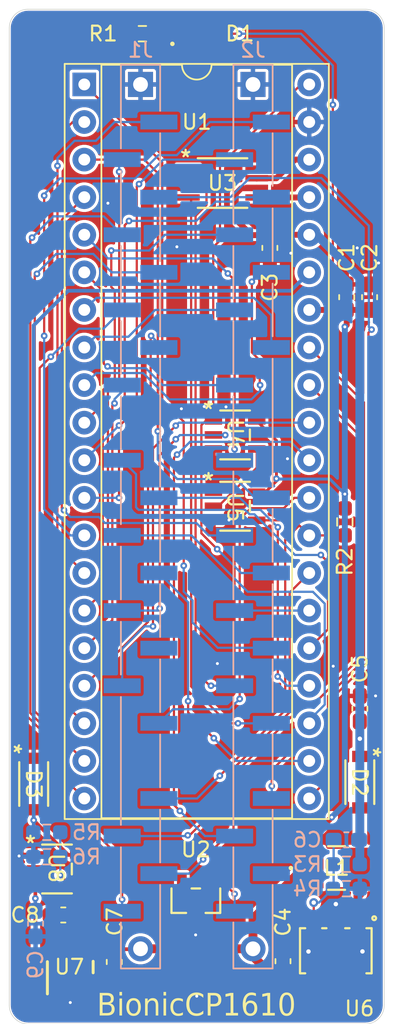
<source format=kicad_pcb>
(kicad_pcb (version 20241229) (generator "pcbnew") (generator_version "9.0")
  (title_block (title "BionicTMS9900") (date "2025-05-23") (rev "1"))
  (layers (0 "F.Cu" mixed) (2 "B.Cu" mixed) (13 "F.Paste" user) (15 "B.Paste" user) (5 "F.SilkS" user "F.Silkscreen") (7 "B.SilkS" user "B.Silkscreen") (1 "F.Mask" user) (3 "B.Mask" user) (25 "Edge.Cuts" user))
  (net 0 "")
  (net 1 "VCC")
  (net 2 "Net-(J2-P57)")
  (net 3 "GND")
  (net 4 "Net-(D1-K)")
  (net 5 "Net-(D2-A)")
  (net 7 "VDD")
  (net 8 "Net-(U6-IN-)")
  (net 9 "Net-(U7-C+)")
  (net 10 "Net-(U7-C-)")
  (net 11 "/dcdc-2v2/-5V")
  (net 12 "VBB")
  (net 13 "~{BUSACK}")
  (net 14 "D1")
  (net 15 "~{BUSREQ}")
  (net 16 "D0")
  (net 17 "D5")
  (net 18 "EBCA0")
  (net 19 "D7")
  (net 21 "D2")
  (net 22 "D6")
  (net 23 "~{MSYNC}")
  (net 24 "EBCA3")
  (net 25 "~{ENSWI}")
  (net 26 "~{INTR}")
  (net 27 "~{INTRM}")
  (net 28 "D4")
  (net 29 "D3")
  (net 30 "~{STSP}")
  (net 31 "EBCA2")
  (net 32 "EBCA1")
  (net 33 "EBCI")
  (net 34 "PHI1")
  (net 35 "D12")
  (net 36 "BC1")
  (net 37 "TCI")
  (net 38 "D14")
  (net 39 "D8")
  (net 40 "D15")
  (net 41 "PHI2")
  (net 42 "D9")
  (net 43 "BDRDY")
  (net 44 "~{PCIT}")
  (net 45 "D10")
  (net 46 "HALT")
  (net 47 "D11")
  (net 48 "BC2")
  (net 49 "D13")
  (net 50 "BDIR")
  (net 51 "Net-(U8-FB)")
  (net 52 "Net-(U1-Φ1)")
  (net 53 "Net-(U1-Φ2)")
  (net 54 "Net-(U4-Pad4)")
  (footprint "Resistor_SMD:R_0603_1608Metric_Pad0.98x0.95mm_HandSolder" (layer "F.Cu") (at 94.9198 42.3546 180)
    (property "Reference" "R1")
    (property "Value" "1.6k")
  )
  (footprint "Capacitor_SMD:C_0603_1608Metric_Pad1.08x0.95mm_HandSolder" (layer "F.Cu") (at 93.0148 105.0926 -90)
    (property "Reference" "C7")
    (property "Value" "2.2u/10V")
  )
  (footprint "Capacitor_SMD:C_0603_1608Metric_Pad1.08x0.95mm_HandSolder" (layer "F.Cu") (at 108.7628 60.1611 90)
    (property "Reference" "C1")
    (property "Value" "22u")
  )
  (footprint "murata:IND_DFE322512F_MUR-M" (layer "F.Cu") (at 108.077 98.7426)
    (property "Reference" "L1")
    (property "Value" "10uH/3A")
  )
  (footprint "bionic:DIP-40_W15.24mm_Socket" (layer "F.Cu") (at 90.9828 45.7836)
    (property "Reference" "U1")
    (property "Value" "CP1610")
  )
  (footprint "Resistor_SMD:R_0603_1608Metric_Pad0.98x0.95mm_HandSolder" (layer "F.Cu") (at 108.6358 75.3511 -90)
    (property "Reference" "R2")
    (property "Value" "10k")
  )
  (footprint "Capacitor_SMD:C_0603_1608Metric_Pad1.08x0.95mm_HandSolder" (layer "F.Cu") (at 104.4448 105.0407 90)
    (property "Reference" "C4")
    (property "Value" "10uF/50V")
  )
  (footprint "Capacitor_SMD:C_0603_1608Metric_Pad1.08x0.95mm_HandSolder" (layer "F.Cu") (at 103.5558 56.8326 -90)
    (property "Reference" "C3")
    (property "Value" "0.1u")
  )
  (footprint "Capacitor_SMD:C_0603_1608Metric_Pad1.08x0.95mm_HandSolder" (layer "F.Cu") (at 89.5604 101.9176 180)
    (property "Reference" "C8")
    (property "Value" "1u/10V")
  )
  (footprint "nisshinbo:SOT-89-5_NMD-M" (layer "F.Cu") (at 108.0248 104.3356 180)
    (property "Reference" "U6")
    (property "Value" "NJW4132")
  )
  (footprint "murata:CR_60M-60_ROM-M" (layer "F.Cu") (at 87.5538 93.0657 -90)
    (property "Reference" "D3")
    (property "Value" "30V/1A")
  )
  (footprint "ti:DGN8-M" (layer "F.Cu") (at 100.3491 52.4482)
    (property "Reference" "U3")
    (property "Value" "UCC27324")
  )
  (footprint "microchip:SOT-23_MC_MCH-M" (layer "F.Cu") (at 98.5418 100.9516 180)
    (property "Reference" "U2")
    (property "Value" "11AA010-I/TT")
  )
  (footprint "rhom:LED_CSL1901UW1_ROM-M" (layer "F.Cu") (at 98.6028 42.3546)
    (property "Reference" "D1")
    (property "Value" "CSL1901UW1")
  )
  (footprint "Capacitor_SMD:C_0603_1608Metric_Pad1.08x0.95mm_HandSolder" (layer "F.Cu") (at 110.3122 60.1611 90)
    (property "Reference" "C2")
    (property "Value" "0.1u")
  )
  (footprint "ti:DBV5-M" (layer "F.Cu") (at 101.2 74.2926)
    (property "Reference" "U5")
    (property "Value" "74LVC1G06")
  )
  (footprint "ti:DBV5-M" (layer "F.Cu") (at 89.135 98.8086)
    (property "Reference" "U8")
    (property "Value" "TPS72301")
  )
  (footprint "Capacitor_SMD:C_0603_1608Metric_Pad1.08x0.95mm_HandSolder" (layer "F.Cu") (at 109.6518 87.9741 90)
    (property "Reference" "C5")
    (property "Value" "22uF/16V")
  )
  (footprint "ti:DBV0006A_M" (layer "F.Cu") (at 90.0328 105.424598 90)
    (property "Reference" "U7")
    (property "Value" "LM2776")
  )
  (footprint "ti:DBV5-M" (layer "F.Cu") (at 101.2 69.4716)
    (property "Reference" "U4")
    (property "Value" "74LVC1G02")
  )
  (footprint "murata:CR_60M-60_ROM-M" (layer "F.Cu") (at 109.6518 92.9387 -90)
    (property "Reference" "D2")
    (property "Value" "30V/1A")
  )
  (footprint "Resistor_SMD:R_0603_1608Metric_Pad0.98x0.95mm_HandSolder" (layer "B.Cu") (at 88.4447 97.9806 180)
    (property "Reference" "R6")
    (property "Value" "51k 1%")
  )
  (footprint "Resistor_SMD:R_0603_1608Metric_Pad0.98x0.95mm_HandSolder" (layer "B.Cu") (at 108.7393 100.1396)
    (property "Reference" "R4")
    (property "Value" "20k 1%")
  )
  (footprint "Capacitor_SMD:C_0603_1608Metric_Pad1.08x0.95mm_HandSolder" (layer "B.Cu") (at 108.7393 96.8376 180)
    (property "Reference" "C6")
    (property "Value" "15pF")
  )
  (footprint "Resistor_SMD:R_0603_1608Metric_Pad0.98x0.95mm_HandSolder" (layer "B.Cu") (at 108.7393 98.4886 180)
    (property "Reference" "R3")
    (property "Value" "200k 1%")
  )
  (footprint "Capacitor_SMD:C_0603_1608Metric_Pad1.08x0.95mm_HandSolder" (layer "B.Cu") (at 87.6808 102.5029 -90)
    (property "Reference" "C9")
    (property "Value" "2.2u/10V")
  )
  (footprint "Resistor_SMD:R_0603_1608Metric_Pad0.98x0.95mm_HandSolder" (layer "B.Cu") (at 88.4428 96.3296)
    (property "Reference" "R5")
    (property "Value" "43k 1%")
  )
  (footprint "bionic:Bionic-P245_SMT" (layer "B.Cu") (at 102.4336 74.9936 180)
    (property "Reference" "J2")
    (property "Value" "Bionic-P245")
  )
  (footprint "bionic:Bionic-P135_SMT" (layer "B.Cu") (at 94.772 74.9936 180)
    (property "Reference" "J1")
    (property "Value" "Bionic-P135")
  )
  (gr_arc (start 85.9028 41.9736) (mid 86.274774 41.075574) (end 87.1728 40.7036) (stroke (width 0.05)) (layer "Edge.Cuts"))
  (gr_arc (start 110.0328 40.7036) (mid 110.930826 41.075574) (end 111.3028 41.9736) (stroke (width 0.05)) (layer "Edge.Cuts"))
  (gr_arc (start 87.1728 109.2836) (mid 86.274774 108.911626) (end 85.9028 108.0136) (stroke (width 0.05)) (layer "Edge.Cuts"))
  (gr_line (start 111.3028 41.9736) (end 111.3028 108.0136) (stroke (width 0.05)) (layer "Edge.Cuts"))
  (gr_line (start 87.1728 40.7036) (end 110.0328 40.7036) (stroke (width 0.05)) (layer "Edge.Cuts"))
  (gr_line (start 110.0328 109.2836) (end 87.1728 109.2836) (stroke (width 0.05)) (layer "Edge.Cuts"))
  (gr_line (start 85.9028 108.0136) (end 85.9028 41.9736) (stroke (width 0.05)) (layer "Edge.Cuts"))
  (gr_arc (start 111.3028 108.0136) (mid 110.930826 108.911626) (end 110.0328 109.2836) (stroke (width 0.05)) (layer "Edge.Cuts"))
  (gr_text "BionicCP1610" (at 98.5774 108.0898 0) (layer "F.SilkS") (effects (font (size 1.5 1.4))))
  (segment (start 106.502 96.5582) (end 107.747 95.3136) (width 0.4) (layer "F.Cu") (net 1))
  (segment (start 90.982798 106.899599) (end 90.982798 103.9496) (width 0.25) (layer "F.Cu") (net 1))
  (segment (start 94.7667 104.2301) (end 94.7928 104.204) (width 0.25) (layer "F.Cu") (net 1))
  (segment (start 110.3122 61.0236) (end 110.312 61.0236) (width 0.4) (layer "F.Cu") (net 1))
  (segment (start 104.4448 105.9032) (end 104.447 105.9054) (width 0.6) (layer "F.Cu") (net 1))
  (segment (start 102.4128 104.2036) (end 102.413 104.2038) (width 0.4) (layer "F.Cu") (net 1))
  (segment (start 108.6358 74.4386) (end 108.636 74.4386) (width 0.4) (layer "F.Cu") (net 1))
  (segment (start 93.0148 104.2301) (end 94.7667 104.2301) (width 0.25) (layer "F.Cu") (net 1))
  (segment (start 104 72.5933) (end 103.251 73.3426) (width 0.2) (layer "F.Cu") (net 1))
  (segment (start 108.763 61.0236) (end 110.312 61.0236) (width 0.4) (layer "F.Cu") (net 1))
  (segment (start 93.0137 104.229) (end 93.0148 104.2301) (width 0.25) (layer "F.Cu") (net 1))
  (segment (start 102.413 104.712) (end 103.6064 105.9054) (width 0.6) (layer "F.Cu") (net 1))
  (segment (start 106.502 98.7426) (end 106.502 96.5582) (width 0.4) (layer "F.Cu") (net 1))
  (segment (start 108.636 73.4696) (end 108.636 74.4386) (width 0.4) (layer "F.Cu") (net 1))
  (segment (start 102.413 104.204) (end 102.413 104.712) (width 0.6) (layer "F.Cu") (net 1))
  (segment (start 107.366 108.014) (end 108.89 108.014) (width 0.6) (layer "F.Cu") (net 1))
  (segment (start 105.842 98.7426) (end 106.426 98.7426) (width 0.6) (layer "F.Cu") (net 1))
  (segment (start 102.6669 68.5216) (end 102.667 68.5216) (width 0.4) (layer "F.Cu") (net 1))
  (segment (start 103.251 73.3426) (end 102.667 73.3426) (width 0.2) (layer "F.Cu") (net 1))
  (segment (start 104.4426 105.9054) (end 104.4448 105.9032) (width 0.6) (layer "F.Cu") (net 1))
  (segment (start 107.823 47.1552) (end 107.823 61.0236) (width 0.15) (layer "F.Cu") (net 1))
  (segment (start 102.672 68.5216) (end 104 69.8501) (width 0.2) (layer "F.Cu") (net 1))
  (segment (start 91.7702 103.9496) (end 92.0496 104.229) (width 0.25) (layer "F.Cu") (net 1))
  (segment (start 105.41 105.9054) (end 105.7906 106.286) (width 0.6) (layer "F.Cu") (net 1))
  (segment (start 97.5868 104.204) (end 94.7928 104.204) (width 0.6) (layer "F.Cu") (net 1))
  (segment (start 109.5248 106.2856) (end 109.525 106.2858) (width 0.4) (layer "F.Cu") (net 1))
  (segment (start 107.823 61.0236) (end 108.763 61.0236) (width 0.4) (layer "F.Cu") (net 1))
  (segment (start 94.7663 104.2301) (end 94.7928 104.2036) (width 0.3) (layer "F.Cu") (net 1))
  (segment (start 106.5244 106.286) (end 106.5248 106.2856) (width 0.4) (layer "F.Cu") (net 1))
  (segment (start 102.6669 73.3426) (end 102.667 73.3426) (width 0.4) (layer "F.Cu") (net 1))
  (segment (start 97.5918 104.199) (end 97.5868 104.204) (width 0.4) (layer "F.Cu") (net 1))
  (segment (start 104 72.4282) (end 104 72.5933) (width 0.2) (layer "F.Cu") (net 1))
  (segment (start 94.7928 104.2036) (end 94.7928 104.204) (width 0.4) (layer "F.Cu") (net 1))
  (segment (start 106.223 61.0236) (end 107.823 61.0236) (width 0.4) (layer "F.Cu") (net 1))
  (segment (start 108.763 62.0396) (end 108.763 61.0236) (width 0.4) (layer "F.Cu") (net 1))
  (segment (start 102.413 104.2038) (end 102.413 104.204) (width 0.4) (layer "F.Cu") (net 1))
  (segment (start 106.525 107.173) (end 107.366 108.014) (width 0.6) (layer "F.Cu") (net 1))
  (segment (start 106.525 106.286) (end 106.525 107.173) (width 0.6) (layer "F.Cu") (net 1))
  (segment (start 102.413 104.204) (end 102.413 102.172) (width 0.6) (layer "F.Cu") (net 1))
  (segment (start 104.447 105.9054) (end 105.41 105.9054) (width 0.6) (layer "F.Cu") (net 1))
  (segment (start 109.525 106.2858) (end 109.525 106.286) (width 0.4) (layer "F.Cu") (net 1))
  (segment (start 102.667 68.5216) (end 102.672 68.5216) (width 0.2) (layer "F.Cu") (net 1))
  (segment (start 109.525 107.379) (end 109.525 106.286) (width 0.6) (layer "F.Cu") (net 1))
  (segment (start 106.5022 98.7426) (end 106.502 98.7426) (width 0.4) (layer "F.Cu") (net 1))
  (segment (start 104.4448 105.9032) (end 104.445 105.9034) (width 0.4) (layer "F.Cu") (net 1))
  (segment (start 103.6064 105.9054) (end 104.4426 105.9054) (width 0.6) (layer "F.Cu") (net 1))
  (segment (start 108.89 108.014) (end 109.525 107.379) (width 0.6) (layer "F.Cu") (net 1))
  (segment (start 97.5918 99.8856) (end 97.5918 104.199) (width 0.2) (layer "F.Cu") (net 1))
  (segment (start 108.636 62.1666) (end 108.763 62.0396) (width 0.4) (layer "F.Cu") (net 1))
  (segment (start 104 69.8501) (end 104 72.4282) (width 0.2) (layer "F.Cu") (net 1))
  (segment (start 92.0496 104.229) (end 93.0137 104.229) (width 0.25) (layer "F.Cu") (net 1))
  (segment (start 106.2228 61.0236) (end 106.223 61.0236) (width 0.4) (layer "F.Cu") (net 1))
  (segment (start 90.982798 103.9496) (end 91.7702 103.9496) (width 0.25) (layer "F.Cu") (net 1))
  (segment (start 102.413 102.172) (end 105.842 98.7426) (width 0.6) (layer "F.Cu") (net 1))
  (segment (start 102.413 104.204) (end 97.5868 104.204) (width 0.6) (layer "F.Cu") (net 1))
  (segment (start 108.7628 61.0236) (end 108.763 61.0236) (width 0.4) (layer "F.Cu") (net 1))
  (segment (start 99.4791 42.3546) (end 101.473 42.3546) (width 0.15) (layer "F.Cu") (net 1))
  (segment (start 105.7906 106.286) (end 106.525 106.286) (width 0.6) (layer "F.Cu") (net 1))
  (via (at 108.636 62.1666) (size 0.45) (drill 0.2) (layers "F.Cu" "B.Cu") (net 1))
  (via (at 108.636 73.4696) (size 0.45) (drill 0.2) (layers "F.Cu" "B.Cu") (net 1))
  (via (at 107.823 47.1552) (size 0.45) (drill 0.2) (layers "F.Cu" "B.Cu") (net 1))
  (via (at 101.473 42.3546) (size 0.45) (drill 0.2) (layers "F.Cu" "B.Cu") (net 1))
  (via (at 104 72.4282) (size 0.45) (drill 0.2) (layers "F.Cu" "B.Cu") (net 1))
  (via (at 107.747 95.3136) (size 0.45) (drill 0.2) (layers "F.Cu" "B.Cu") (net 1))
  (segment (start 107.62 72.4536) (end 104.026 72.4536) (width 0.2) (layer "B.Cu") (net 1))
  (segment (start 108.636 94.4246) (end 107.747 95.3136) (width 0.4) (layer "B.Cu") (net 1))
  (segment (start 108.636 73.4696) (end 108.636 94.4246) (width 0.4) (layer "B.Cu") (net 1))
  (segment (start 107.823 47.1552) (end 107.823 44.5136) (width 0.15) (layer "B.Cu") (net 1))
  (segment (start 108.636 62.1666) (end 108.636 73.4696) (width 0.4) (layer "B.Cu") (net 1))
  (segment (start 105.664 42.3546) (end 101.473 42.3546) (width 0.15) (layer "B.Cu") (net 1))
  (segment (start 107.823 44.5136) (end 105.664 42.3546) (width 0.15) (layer "B.Cu") (net 1))
  (segment (start 108.636 73.4696) (end 107.62 72.4536) (width 0.2) (layer "B.Cu") (net 1))
  (segment (start 104.026 72.4536) (end 104 72.4282) (width 0.2) (layer "B.Cu") (net 1))
  (segment (start 100.559 99.8856) (end 101.168 100.495) (width 0.15) (layer "F.Cu") (net 2))
  (segment (start 99.4918 99.8856) (end 100.559 99.8856) (width 0.15) (layer "F.Cu") (net 2))
  (via (at 101.168 100.495) (size 0.45) (drill 0.2) (layers "F.Cu" "B.Cu") (net 2))
  (segment (start 101.168 101.0795) (end 101.168 101.664) (width 0.15) (layer "B.Cu") (net 2))
  (segment (start 101.168 100.495) (end 101.168 101.0795) (width 0.15) (layer "B.Cu") (net 2))
  (segment (start 101.168 101.6634) (end 101.1682 101.6636) (width 0.15) (layer "B.Cu") (net 2))
  (segment (start 101.168 101.0795) (end 101.168 101.6634) (width 0.15) (layer "B.Cu") (net 2))
  (segment (start 108.026 101.181) (end 108.025 101.182) (width 0.6) (layer "F.Cu") (net 3))
  (segment (start 90.0328 107.8358) (end 90.0328 105.9508) (width 0.4) (layer "F.Cu") (net 3))
  (segment (start 104.6526 104.386) (end 106.172 104.386) (width 0.6) (layer "F.Cu") (net 3))
  (segment (start 109.677 104.381) (end 109.83 104.381) (width 0.6) (layer "F.Cu") (net 3))
  (segment (start 108.025 101.182) (end 108.025 104.386) (width 0.6) (layer "F.Cu") (net 3))
  (segment (start 109.673 104.386) (end 109.677 104.381) (width 0.6) (layer "F.Cu") (net 3))
  (segment (start 104.4448 104.1782) (end 104.6526 104.386) (width 0.6) (layer "F.Cu") (net 3))
  (segment (start 108.025 104.386) (end 109.673 104.386) (width 0.6) (layer "F.Cu") (net 3))
  (segment (start 106.172 104.386) (end 108.025 104.386) (width 0.6) (layer "F.Cu") (net 3))
  (via (at 97.5614 67.7038) (size 0.45) (drill 0.2) (layers "F.Cu" "B.Cu") (net 3))
  (via (at 90.0328 107.8358) (size 0.45) (drill 0.2) (layers "F.Cu" "B.Cu") (net 3))
  (via (at 104.7496 71.082) (size 0.45) (drill 0.2) (layers "F.Cu" "B.Cu") (net 3))
  (via (at 104.9782 57.1882) (size 0.45) (drill 0.2) (layers "F.Cu" "B.Cu") (net 3))
  (via (at 110.9218 57.8486) (size 0.45) (drill 0.2) (layers "F.Cu" "B.Cu") (net 3))
  (via (at 92.583 53.81) (size 0.45) (drill 0.2) (layers "F.Cu" "B.Cu") (net 3))
  (via (at 98.5266 103.2638) (size 0.45) (drill 0.2) (layers "F.Cu" "B.Cu") (net 3))
  (via (at 99.9998 84.925) (size 0.45) (drill 0.2) (layers "F.Cu" "B.Cu") (net 3))
  (via (at 106.172 104.386) (size 0.6) (drill 0.3) (layers "F.Cu" "B.Cu") (net 3))
  (via (at 97.2566 56.7564) (size 0.45) (drill 0.2) (layers "F.Cu" "B.Cu") (net 3))
  (via (at 98.6028 107.404) (size 0.45) (drill 0.2) (layers "F.Cu" "B.Cu") (net 3))
  (via (at 109.83 104.381) (size 0.6) (drill 0.3) (layers "F.Cu" "B.Cu") (net 3))
  (via (at 107.8484 85.1028) (size 0.45) (drill 0.2) (layers "F.Cu" "B.Cu") (net 3))
  (via (at 100.7872 75.2222) (size 0.45) (drill 0.2) (layers "F.Cu" "B.Cu") (net 3))
  (via (at 108.026 101.181) (size 0.6) (drill 0.3) (layers "F.Cu" "B.Cu") (net 3))
  (via (at 99.1108 67.5514) (size 0.45) (drill 0.2) (layers "F.Cu" "B.Cu") (net 3))
  (via (at 110.7186 87.1094) (size 0.45) (drill 0.2) (layers "F.Cu" "B.Cu") (net 3))
  (via (at 100.584 67.5768) (size 0.45) (drill 0.2) (layers "F.Cu" "B.Cu") (net 3))
  (via (at 86.5632 97.9298) (size 0.45) (drill 0.2) (layers "F.Cu" "B.Cu") (net 3))
  (via (at 109.474 56.8326) (size 0.45) (drill 0.2) (layers "F.Cu" "B.Cu") (net 3))
  (segment (start 97.7265 42.3546) (end 95.8323 42.3546) (width 0.15) (layer "F.Cu") (net 4))
  (segment (start 109.652 98.9336) (end 109.6518 98.9334) (width 0.15) (layer "F.Cu") (net 5))
  (segment (start 109.6518 98.9334) (end 109.6518 98.7426) (width 0.15) (layer "F.Cu") (net 5))
  (segment (start 109.652 96.0254) (end 109.6518 96.0252) (width 0.15) (layer "F.Cu") (net 5))
  (segment (start 109.652 100.495) (end 109.652 98.9336) (width 0.6) (layer "F.Cu") (net 5))
  (segment (start 109.6518 96.0252) (end 109.6518 94.6786) (width 0.15) (layer "F.Cu") (net 5))
  (segment (start 109.652 98.9336) (end 109.652 96.0254) (width 0.6) (layer "F.Cu") (net 5))
  (segment (start 109.652 96.0254) (end 109.652 94.6786) (width 0.6) (layer "F.Cu") (net 5))
  (segment (start 109.525 102.3763) (end 109.525 100.622) (width 0.6) (layer "F.Cu") (net 5))
  (segment (start 109.525 100.622) (end 109.652 100.495) (width 0.6) (layer "F.Cu") (net 5))
  (segment (start 109.525 102.4354) (end 109.525 102.3763) (width 0.15) (layer "F.Cu") (net 5))
  (segment (start 109.525 102.436) (end 109.525 102.3763) (width 0.6) (layer "F.Cu") (net 5))
  (segment (start 109.5248 102.4356) (end 109.525 102.4354) (width 0.15) (layer "F.Cu") (net 5))
  (segment (start 103.556 55.9701) (end 103.5559 55.97) (width 0.4) (layer "F.Cu") (net 7))
  (segment (start 102.311 55.969) (end 101.2444 54.9024) (width 0.4) (layer "F.Cu") (net 7))
  (segment (start 101.2444 54.9024) (end 101.2444 53.1752) (width 0.4) (layer "F.Cu") (net 7))
  (segment (start 109.652 91.1988) (end 109.652 90.005) (width 0.6) (layer "F.Cu") (net 7))
  (segment (start 103.555 55.969) (end 102.311 55.969) (width 0.4) (layer "F.Cu") (net 7))
  (segment (start 103.5558 55.9701) (end 103.5559 55.97) (width 0.6) (layer "F.Cu") (net 7))
  (segment (start 103.582 55.9436) (end 103.556 55.9701) (width 0.4) (layer "F.Cu") (net 7))
  (segment (start 109.652 90.005) (end 109.652 88.8366) (width 0.6) (layer "F.Cu") (net 7))
  (segment (start 106.2228 55.9436) (end 103.582 55.9436) (width 0.4) (layer "F.Cu") (net 7))
  (segment (start 109.6518 88.8366) (end 109.652 88.8366) (width 0.6) (layer "F.Cu") (net 7))
  (segment (start 101.2444 53.1752) (end 101.621 52.7986) (width 0.4) (layer "F.Cu") (net 7))
  (segment (start 102.6622 52.7779) (end 102.6669 52.7732) (width 0.4316) (layer "F.Cu") (net 7))
  (segment (start 101.621 52.7986) (end 102.667 52.7986) (width 0.4) (layer "F.Cu") (net 7))
  (segment (start 106.223 55.9436) (end 106.2228 55.9436) (width 0.4) (layer "F.Cu") (net 7))
  (segment (start 103.5559 55.97) (end 103.555 55.969) (width 0.4) (layer "F.Cu") (net 7))
  (via (at 109.652 90.005) (size 0.6) (drill 0.3) (layers "F.Cu" "B.Cu") (net 7))
  (segment (start 109.652 96.1607) (end 109.6518 96.1609) (width 0.6) (layer "B.Cu") (net 7))
  (segment (start 109.652 58.8646) (end 106.731 55.9436) (width 0.6) (layer "B.Cu") (net 7))
  (segment (start 106.2228 55.9436) (end 106.223 55.9436) (width 0.6) (layer "B.Cu") (net 7))
  (segment (start 109.6518 96.1609) (end 109.6518 98.4886) (width 0.6) (layer "B.Cu") (net 7))
  (segment (start 109.652 90.005) (end 109.652 58.8646) (width 0.6) (layer "B.Cu") (net 7))
  (segment (start 109.652 98.4886) (end 109.652 96.1607) (width 0.4) (layer "B.Cu") (net 7))
  (segment (start 109.652 96.1607) (end 109.652 90.005) (width 0.6) (layer "B.Cu") (net 7))
  (segment (start 106.731 55.9436) (end 106.223 55.9436) (width 0.6) (layer "B.Cu") (net 7))
  (segment (start 106.525 102.4358) (end 106.5252 102.4358) (width 0.15) (layer "F.Cu") (net 8))
  (segment (start 106.5248 102.4356) (end 106.525 102.4358) (width 0.15) (layer "F.Cu") (net 8))
  (segment (start 106.528 101.079) (end 106.528 102.433) (width 0.15) (layer "F.Cu") (net 8))
  (segment (start 106.528 102.433) (end 106.5252 102.4358) (width 0.15) (layer "F.Cu") (net 8))
  (segment (start 106.5252 102.4358) (end 106.525 102.436) (width 0.15) (layer "F.Cu") (net 8))
  (via (at 106.528 101.079) (size 0.6) (drill 0.3) (layers "F.Cu" "B.Cu") (net 8))
  (segment (start 107.877 98.4638) (end 107.8768 98.4636) (width 0.15) (layer "B.Cu") (net 8))
  (segment (start 107.852 100.115) (end 107.827 100.14) (width 0.15) (layer "B.Cu") (net 8))
  (segment (start 107.827 100.14) (end 106.887 101.079) (width 0.15) (layer "B.Cu") (net 8))
  (segment (start 107.877 96.8376) (end 107.877 98.4638) (width 0.15) (layer "B.Cu") (net 8))
  (segment (start 107.8518 98.4886) (end 107.8768 98.4636) (width 0.15) (layer "B.Cu") (net 8))
  (segment (start 107.852 100.115) (end 107.8514 100.115) (width 0.15) (layer "B.Cu") (net 8))
  (segment (start 107.8268 98.4886) (end 107.8518 98.4886) (width 0.15) (layer "B.Cu") (net 8))
  (segment (start 107.8514 100.115) (end 107.8268 100.1396) (width 0.15) (layer "B.Cu") (net 8))
  (segment (start 107.877 98.4638) (end 107.877 100.09) (width 0.15) (layer "B.Cu") (net 8))
  (segment (start 106.887 101.079) (end 106.528 101.079) (width 0.15) (layer "B.Cu") (net 8))
  (segment (start 107.8768 98.4636) (end 107.8768 96.8376) (width 0.15) (layer "B.Cu") (net 8))
  (segment (start 107.877 100.09) (end 107.852 100.115) (width 0.15) (layer "B.Cu") (net 8))
  (segment (start 90.4229 102.891) (end 90.4229 101.925) (width 0.25) (layer "F.Cu") (net 9))
  (segment (start 90.4229 101.9246) (end 90.4229 101.925) (width 0.25) (layer "F.Cu") (net 9))
  (segment (start 90.0328 103.281) (end 90.4229 102.891) (width 0.25) (layer "F.Cu") (net 9))
  (segment (start 90.0328 103.9566) (end 90.0328 103.281) (width 0.25) (layer "F.Cu") (net 9))
  (segment (start 90.0328 103.957) (end 90.0328 103.9566) (width 0.25) (layer "F.Cu") (net 9))
  (segment (start 88.6979 101.9168) (end 88.6979 101.9172) (width 0.25) (layer "F.Cu") (net 10))
  (segment (start 89.0828 103.9488) (end 89.0828 103.2682) (width 0.25) (layer "F.Cu") (net 10))
  (segment (start 88.6968 101.9182) (end 88.6979 101.9172) (width 0.25) (layer "F.Cu") (net 10))
  (segment (start 88.6968 102.8822) (end 88.6968 101.9182) (width 0.25) (layer "F.Cu") (net 10))
  (segment (start 89.0828 103.2682) (end 88.6968 102.8822) (width 0.25) (layer "F.Cu") (net 10))
  (segment (start 89.0828 103.9492) (end 89.0828 103.9488) (width 0.25) (layer "F.Cu") (net 10))
  (segment (start 87.6682 99.2837) (end 87.6682 99.7586) (width 0.25) (layer "F.Cu") (net 11))
  (segment (start 87.6681 99.2836) (end 87.6681 98.8086) (width 0.25) (layer "F.Cu") (net 11))
  (segment (start 87.6681 99.2836) (end 87.6682 99.2837) (width 0.25) (layer "F.Cu") (net 11))
  (segment (start 89.0828 107.281) (end 89.0826 107.2808) (width 0.25) (layer "F.Cu") (net 11))
  (segment (start 89.0828 107.2806) (end 89.0826 107.2808) (width 0.25) (layer "F.Cu") (net 11))
  (segment (start 87.6681 100.8) (end 87.6681 105.866) (width 0.25) (layer "F.Cu") (net 11))
  (segment (start 87.6681 105.866) (end 88.701699 106.899599) (width 0.25) (layer "F.Cu") (net 11))
  (segment (start 87.6681 100.8) (end 87.6681 99.2836) (width 0.25) (layer "F.Cu") (net 11))
  (segment (start 87.6682 98.8086) (end 87.6681 98.8086) (width 0.25) (layer "F.Cu") (net 11))
  (segment (start 88.701699 106.899599) (end 89.082799 106.899599) (width 0.25) (layer "F.Cu") (net 11))
  (via (at 87.6681 100.8) (size 0.45) (drill 0.2) (layers "F.Cu" "B.Cu") (net 11))
  (segment (start 87.6808 102.02) (end 87.6808 102.0203) (width 0.25) (layer "B.Cu") (net 11))
  (segment (start 87.6681 102.008) (end 87.6808 102.02) (width 0.25) (layer "B.Cu") (net 11))
  (segment (start 87.6681 100.8) (end 87.6681 102.008) (width 0.25) (layer "B.Cu") (net 11))
  (segment (start 87.5538 95.5168) (end 89.8956 97.8586) (width 0.25) (layer "F.Cu") (net 12))
  (segment (start 87.5538 94.8056) (end 87.5538 95.5168) (width 0.25) (layer "F.Cu") (net 12))
  (segment (start 90.6019 97.8586) (end 90.6018 97.8586) (width 0.25) (layer "F.Cu") (net 12))
  (segment (start 89.8956 97.8586) (end 90.6018 97.8586) (width 0.25) (layer "F.Cu") (net 12))
  (via (at 87.5538 95.5168) (size 0.45) (drill 0.2) (layers "F.Cu" "B.Cu") (net 12))
  (segment (start 89.8906 59.7282) (end 104.978 59.7282) (width 0.25) (layer "B.Cu") (net 12))
  (segment (start 87.5538 95.5168) (end 87.5538 62.065) (width 0.25) (layer "B.Cu") (net 12))
  (segment (start 104.978 59.7282) (end 106.2229 58.4837) (width 0.25) (layer "B.Cu") (net 12))
  (segment (start 87.5538 62.065) (end 89.8906 59.7282) (width 0.25) (layer "B.Cu") (net 12))
  (segment (start 87.5538 96.3061) (end 87.5303 96.3296) (width 0.25) (layer "B.Cu") (net 12))
  (segment (start 106.2228 58.4836) (end 106.2229 58.4837) (width 0.25) (layer "B.Cu") (net 12))
  (segment (start 87.5538 95.5168) (end 87.5538 96.3061) (width 0.25) (layer "B.Cu") (net 12))
  (segment (start 106.2229 58.4837) (end 106.223 58.4836) (width 0.25) (layer "B.Cu") (net 12))
  (segment (start 101.5112 75.1685) (end 102.2559 74.4238) (width 0.15) (layer "F.Cu") (net 13))
  (segment (start 104.5066 74.4238) (end 105.2068 73.7236) (width 0.15) (layer "F.Cu") (net 13))
  (segment (start 101.5112 87.3126) (end 101.5112 75.1685) (width 0.15) (layer "F.Cu") (net 13))
  (segment (start 105.2068 73.7236) (end 106.2228 73.7236) (width 0.15) (layer "F.Cu") (net 13))
  (segment (start 102.2559 74.4238) (end 104.5066 74.4238) (width 0.15) (layer "F.Cu") (net 13))
  (via (at 101.5112 87.3126) (size 0.45) (drill 0.2) (layers "F.Cu" "B.Cu") (net 13))
  (segment (start 100.8105 88.0133) (end 96.9877 88.0133) (width 0.15) (layer "B.Cu") (net 13))
  (segment (start 101.5112 87.3126) (end 100.8105 88.0133) (width 0.15) (layer "B.Cu") (net 13))
  (segment (start 96.9877 88.0133) (end 96.0374 88.9636) (width 0.15) (layer "B.Cu") (net 13))
  (segment (start 93.345 51.6836) (end 93.345 53.8529) (width 0.15) (layer "F.Cu") (net 14))
  (segment (start 92.583 79.7434) (end 90.9828 81.3436) (width 0.15) (layer "F.Cu") (net 14))
  (segment (start 93.3498 65.7432) (end 93.3491 65.7439) (width 0.15) (layer "F.Cu") (net 14))
  (segment (start 93.3491 65.763178) (end 92.583 66.529278) (width 0.15) (layer "F.Cu") (net 14))
  (segment (start 93.3498 53.8577) (end 93.3498 65.7432) (width 0.15) (layer "F.Cu") (net 14))
  (segment (start 93.3491 65.7439) (end 93.3491 65.763178) (width 0.15) (layer "F.Cu") (net 14))
  (segment (start 92.583 66.529278) (end 92.583 79.7434) (width 0.15) (layer "F.Cu") (net 14))
  (segment (start 93.345 53.8529) (end 93.3498 53.8577) (width 0.15) (layer "F.Cu") (net 14))
  (via (at 93.345 51.6836) (size 0.45) (drill 0.2) (layers "F.Cu" "B.Cu") (net 14))
  (segment (start 93.345 51.0668) (end 93.5482 50.8636) (width 0.15) (layer "B.Cu") (net 14))
  (segment (start 93.345 51.6836) (end 93.345 51.0668) (width 0.15) (layer "B.Cu") (net 14))
  (segment (start 95.6365 82.4104) (end 95.6365 70.3907) (width 0.15) (layer "F.Cu") (net 15))
  (segment (start 95.6365 70.3907) (end 97.1804 68.8468) (width 0.15) (layer "F.Cu") (net 15))
  (via (at 97.1804 68.8468) (size 0.45) (drill 0.2) (layers "F.Cu" "B.Cu") (net 15))
  (via (at 95.6365 82.4104) (size 0.45) (drill 0.2) (layers "F.Cu" "B.Cu") (net 15))
  (segment (start 95.6365 82.4104) (end 95.0722 82.4104) (width 0.15) (layer "B.Cu") (net 15))
  (segment (start 97.3836 68.6436) (end 106.2228 68.6436) (width 0.15) (layer "B.Cu") (net 15))
  (segment (start 93.5482 83.9344) (end 93.5482 86.4236) (width 0.15) (layer "B.Cu") (net 15))
  (segment (start 95.0722 82.4104) (end 93.5482 83.9344) (width 0.15) (layer "B.Cu") (net 15))
  (segment (start 97.1804 68.8468) (end 97.3836 68.6436) (width 0.15) (layer "B.Cu") (net 15))
  (segment (start 89.1578 76.9786) (end 90.9828 78.8036) (width 0.15) (layer "F.Cu") (net 16))
  (segment (start 89.1578 64.384526) (end 89.1578 76.9786) (width 0.15) (layer "F.Cu") (net 16))
  (segment (start 89.166 64.376326) (end 89.1578 64.384526) (width 0.15) (layer "F.Cu") (net 16))
  (segment (start 89.166 51.2834) (end 89.166 64.376326) (width 0.15) (layer "F.Cu") (net 16))
  (via (at 89.166 51.2834) (size 0.45) (drill 0.2) (layers "F.Cu" "B.Cu") (net 16))
  (segment (start 89.166 50.75) (end 90.3224 49.5936) (width 0.15) (layer "B.Cu") (net 16))
  (segment (start 91.7702 49.5936) (end 93.0402 48.3236) (width 0.15) (layer "B.Cu") (net 16))
  (segment (start 90.3224 49.5936) (end 91.7702 49.5936) (width 0.15) (layer "B.Cu") (net 16))
  (segment (start 89.166 51.2834) (end 89.166 50.75) (width 0.15) (layer "B.Cu") (net 16))
  (segment (start 93.0402 48.3236) (end 96.0374 48.3236) (width 0.15) (layer "B.Cu") (net 16))
  (segment (start 88.715 64.189515) (end 88.713585 64.189515) (width 0.15) (layer "F.Cu") (net 17))
  (segment (start 87.9602 64.9429) (end 87.9602 85.941) (width 0.15) (layer "F.Cu") (net 17))
  (segment (start 87.9602 85.941) (end 90.9828 88.9636) (width 0.15) (layer "F.Cu") (net 17))
  (segment (start 88.713585 64.189515) (end 87.9602 64.9429) (width 0.15) (layer "F.Cu") (net 17))
  (via (at 88.715 64.189515) (size 0.45) (drill 0.2) (layers "F.Cu" "B.Cu") (net 17))
  (segment (start 92.2782 62.2936) (end 93.5482 61.0236) (width 0.15) (layer "B.Cu") (net 17))
  (segment (start 90.6095 62.2936) (end 92.2782 62.2936) (width 0.15) (layer "B.Cu") (net 17))
  (segment (start 88.715 64.1881) (end 90.6095 62.2936) (width 0.15) (layer "B.Cu") (net 17))
  (segment (start 88.715 64.189515) (end 88.715 64.1881) (width 0.15) (layer "B.Cu") (net 17))
  (segment (start 107.0102 77.5844) (end 107.4928 78.067) (width 0.15) (layer "F.Cu") (net 18))
  (segment (start 107.4928 78.067) (end 107.4928 82.6136) (width 0.15) (layer "F.Cu") (net 18))
  (segment (start 107.4928 82.6136) (end 106.2228 83.8836) (width 0.15) (layer "F.Cu") (net 18))
  (via (at 107.0102 77.5844) (size 0.45) (drill 0.2) (layers "F.Cu" "B.Cu") (net 18))
  (segment (start 94.6658 74.5364) (end 94.579 74.4496) (width 0.15) (layer "B.Cu") (net 18))
  (segment (start 102.1804 74.8374) (end 101.8794 74.5364) (width 0.15) (layer "B.Cu") (net 18))
  (segment (start 94.579 74.4496) (end 94.5564 74.4496) (width 0.15) (layer "B.Cu") (net 18))
  (segment (start 105.2576 77.5844) (end 102.5106 74.8374) (width 0.15) (layer "B.Cu") (net 18))
  (segment (start 94.488 72.1234) (end 93.5482 71.1836) (width 0.15) (layer "B.Cu") (net 18))
  (segment (start 94.5564 74.427) (end 94.488 74.3586) (width 0.15) (layer "B.Cu") (net 18))
  (segment (start 107.0102 77.5844) (end 105.2576 77.5844) (width 0.15) (layer "B.Cu") (net 18))
  (segment (start 101.8794 74.5364) (end 94.6658 74.5364) (width 0.15) (layer "B.Cu") (net 18))
  (segment (start 94.5564 74.4496) (end 94.5564 74.427) (width 0.15) (layer "B.Cu") (net 18))
  (segment (start 102.5106 74.8374) (end 102.1804 74.8374) (width 0.15) (layer "B.Cu") (net 18))
  (segment (start 94.488 74.3586) (end 94.488 72.1234) (width 0.15) (layer "B.Cu") (net 18))
  (segment (start 93.033 67.3355) (end 93.0275 67.3355) (width 0.15) (layer "F.Cu") (net 19))
  (segment (start 93.0275 67.3355) (end 92.884 67.479) (width 0.15) (layer "F.Cu") (net 19))
  (segment (start 92.884 81.9824) (end 90.9828 83.8836) (width 0.15) (layer "F.Cu") (net 19))
  (segment (start 92.884 67.479) (end 92.884 81.9824) (width 0.15) (layer "F.Cu") (net 19))
  (via (at 93.033 67.3355) (size 0.45) (drill 0.2) (layers "F.Cu" "B.Cu") (net 19))
  (segment (start 93.033 67.3355) (end 93.033 67.0506) (width 0.15) (layer "B.Cu") (net 19))
  (segment (start 93.5482 66.5354) (end 93.5482 66.1036) (width 0.15) (layer "B.Cu") (net 19))
  (segment (start 93.033 67.0506) (end 93.5482 66.5354) (width 0.15) (layer "B.Cu") (net 19))
  (segment (start 106.2228 94.0182) (end 106.2228 94.0436) (width 0.15) (layer "F.Cu") (net 21))
  (segment (start 110.44645 62.35165) (end 110.236 62.5621) (width 0.15) (layer "F.Cu") (net 21))
  (segment (start 110.236 84.798) (end 110.0451 84.9889) (width 0.15) (layer "F.Cu") (net 21))
  (segment (start 107.823 87.224156) (end 107.823 92.418) (width 0.15) (layer "F.Cu") (net 21))
  (segment (start 110.0451 85.002056) (end 107.823 87.224156) (width 0.15) (layer "F.Cu") (net 21))
  (segment (start 110.236 62.5621) (end 110.236 84.798) (width 0.15) (layer "F.Cu") (net 21))
  (segment (start 107.823 92.418) (end 106.2228 94.0182) (width 0.15) (layer "F.Cu") (net 21))
  (segment (start 110.0451 84.9889) (end 110.0451 85.002056) (width 0.15) (layer "F.Cu") (net 21))
  (via (at 110.44645 62.35165) (size 0.45) (drill 0.2) (layers "F.Cu" "B.Cu") (net 21))
  (segment (start 110.2614 62.1666) (end 110.2614 55.334) (width 0.15) (layer "B.Cu") (net 21))
  (segment (start 107.0356 52.1082) (end 102.1842 52.1082) (width 0.15) (layer "B.Cu") (net 21))
  (segment (start 110.2614 55.334) (end 107.0356 52.1082) (width 0.15) (layer "B.Cu") (net 21))
  (segment (start 100.8888 53.4036) (end 96.0374 53.4036) (width 0.15) (layer "B.Cu") (net 21))
  (segment (start 102.1842 52.1082) (end 100.8888 53.4036) (width 0.15) (layer "B.Cu") (net 21))
  (segment (start 110.44645 62.35165) (end 110.2614 62.1666) (width 0.15) (layer "B.Cu") (net 21))
  (segment (start 95.3008 82.1056) (end 90.9828 86.4236) (width 0.15) (layer "F.Cu") (net 22))
  (segment (start 95.5112 62.7762) (end 95.4786 62.8088) (width 0.15) (layer "F.Cu") (net 22))
  (segment (start 95.4786 62.8088) (end 95.4786 69.7358) (width 0.15) (layer "F.Cu") (net 22))
  (segment (start 95.4786 69.7358) (end 95.3008 69.9136) (width 0.15) (layer "F.Cu") (net 22))
  (segment (start 95.3008 69.9136) (end 95.3008 82.1056) (width 0.15) (layer "F.Cu") (net 22))
  (via (at 95.5112 62.7762) (size 0.45) (drill 0.2) (layers "F.Cu" "B.Cu") (net 22))
  (segment (start 95.5112 62.7762) (end 95.7834 63.0484) (width 0.15) (layer "B.Cu") (net 22))
  (segment (start 95.7834 63.3096) (end 96.0374 63.5636) (width 0.15) (layer "B.Cu") (net 22))
  (segment (start 95.7834 63.0484) (end 95.7834 63.3096) (width 0.15) (layer "B.Cu") (net 22))
  (segment (start 87.0242 88.396356) (end 89.3572 90.729356) (width 0.15) (layer "F.Cu") (net 23))
  (segment (start 93.5482 98.1838) (end 93.5482 100.8762) (width 0.15) (layer "F.Cu") (net 23))
  (segment (start 90.1954 48.3236) (end 86.9188 51.6002) (width 0.15) (layer "F.Cu") (net 23))
  (segment (start 90.9828 48.3236) (end 90.1954 48.3236) (width 0.15) (layer "F.Cu") (net 23))
  (segment (start 87.0242 88.3832) (end 87.0242 88.396356) (width 0.15) (layer "F.Cu") (net 23))
  (segment (start 89.3572 90.729356) (end 89.3572 93.9928) (width 0.15) (layer "F.Cu") (net 23))
  (segment (start 86.9188 51.6002) (end 86.9188 88.2778) (width 0.15) (layer "F.Cu") (net 23))
  (segment (start 89.3572 93.9928) (end 93.5482 98.1838) (width 0.15) (layer "F.Cu") (net 23))
  (segment (start 86.9188 88.2778) (end 87.0242 88.3832) (width 0.15) (layer "F.Cu") (net 23))
  (via (at 93.5482 100.8762) (size 0.45) (drill 0.2) (layers "F.Cu" "B.Cu") (net 23))
  (segment (start 93.5482 100.8762) (end 93.5482 101.6636) (width 0.15) (layer "B.Cu") (net 23))
  (segment (start 98.0186 88.227) (end 98.0186 87.465) (width 0.15) (layer "F.Cu") (net 24))
  (segment (start 99.7585 89.9669) (end 98.0186 88.227) (width 0.15) (layer "F.Cu") (net 24))
  (via (at 99.7585 89.9669) (size 0.45) (drill 0.2) (layers "F.Cu" "B.Cu") (net 24))
  (via (at 98.0186 87.465) (size 0.45) (drill 0.2) (layers "F.Cu" "B.Cu") (net 24))
  (segment (start 98.0186 80.7848) (end 98.0186 87.465) (width 0.15) (layer "B.Cu") (net 24))
  (segment (start 96.0374 78.8036) (end 98.0186 80.7848) (width 0.15) (layer "B.Cu") (net 24))
  (segment (start 101.2952 91.5036) (end 106.2228 91.5036) (width 0.15) (layer "B.Cu") (net 24))
  (segment (start 99.7585 89.9669) (end 101.2952 91.5036) (width 0.15) (layer "B.Cu") (net 24))
  (segment (start 96.0907 81.2015) (end 96.0907 70.8509) (width 0.15) (layer "F.Cu") (net 25))
  (segment (start 96.0907 70.8509) (end 97.1804 69.7612) (width 0.15) (layer "F.Cu") (net 25))
  (segment (start 100.5332 69.4818) (end 99.74335 69.4818) (width 0.15) (layer "F.Cu") (net 25))
  (segment (start 99.74335 69.4818) (end 99.73315 69.4716) (width 0.15) (layer "F.Cu") (net 25))
  (via (at 96.0907 81.2015) (size 0.45) (drill 0.2) (layers "F.Cu" "B.Cu") (net 25))
  (via (at 97.1804 69.7612) (size 0.45) (drill 0.2) (layers "F.Cu" "B.Cu") (net 25))
  (via (at 100.5332 69.4818) (size 0.45) (drill 0.2) (layers "F.Cu" "B.Cu") (net 25))
  (segment (start 96.0907 81.2015) (end 95.9486 81.3436) (width 0.15) (layer "B.Cu") (net 25))
  (segment (start 95.9486 81.3436) (end 93.5482 81.3436) (width 0.15) (layer "B.Cu") (net 25))
  (segment (start 97.1804 69.7612) (end 97.4598 69.4818) (width 0.15) (layer "B.Cu") (net 25))
  (segment (start 97.4598 69.4818) (end 100.5332 69.4818) (width 0.15) (layer "B.Cu") (net 25))
  (segment (start 105.202 75.2426) (end 105.5486 75.5891) (width 0.15) (layer "F.Cu") (net 26))
  (segment (start 106.2229 76.2635) (end 106.223 76.2636) (width 0.15) (layer "F.Cu") (net 26))
  (segment (start 100.1649 92.5069) (end 104.5972 88.0746) (width 0.15) (layer "F.Cu") (net 26))
  (segment (start 108.6358 76.2636) (end 108.636 76.2636) (width 0.15) (layer "F.Cu") (net 26))
  (segment (start 106.2228 76.2636) (end 106.2229 76.2635) (width 0.15) (layer "F.Cu") (net 26))
  (segment (start 102.6669 75.2426) (end 102.667 75.2426) (width 0.15) (layer "F.Cu") (net 26))
  (segment (start 106.223 76.2636) (end 108.6358 76.2636) (width 0.15) (layer "F.Cu") (net 26))
  (segment (start 102.667 75.2426) (end 105.202 75.2426) (width 0.15) (layer "F.Cu") (net 26))
  (segment (start 104.5972 88.0746) (end 104.5972 76.5405) (width 0.15) (layer "F.Cu") (net 26))
  (segment (start 104.5972 76.5405) (end 105.5486 75.5891) (width 0.15) (layer "F.Cu") (net 26))
  (segment (start 105.5486 75.5891) (end 106.2229 76.2635) (width 0.15) (layer "F.Cu") (net 26))
  (via (at 100.1649 92.5069) (size 0.45) (drill 0.2) (layers "F.Cu" "B.Cu") (net 26))
  (segment (start 100.1649 92.5069) (end 98.6282 94.0436) (width 0.15) (layer "B.Cu") (net 26))
  (segment (start 98.6282 94.0436) (end 96.0374 94.0436) (width 0.15) (layer "B.Cu") (net 26))
  (segment (start 97.9932 96.5328) (end 98.1202 96.5328) (width 0.15) (layer "F.Cu") (net 27))
  (segment (start 104.8982 80.1282) (end 106.2228 78.8036) (width 0.15) (layer "F.Cu") (net 27))
  (segment (start 100.791 93.862) (end 100.791 92.318722) (width 0.15) (layer "F.Cu") (net 27))
  (segment (start 98.1202 96.5328) (end 100.791 93.862) (width 0.15) (layer "F.Cu") (net 27))
  (segment (start 100.791 92.318722) (end 104.8982 88.211522) (width 0.15) (layer "F.Cu") (net 27))
  (segment (start 104.8982 88.211522) (end 104.8982 80.1282) (width 0.15) (layer "F.Cu") (net 27))
  (via (at 97.9932 96.5328) (size 0.45) (drill 0.2) (layers "F.Cu" "B.Cu") (net 27))
  (segment (start 97.9932 96.5328) (end 97.9424 96.5836) (width 0.15) (layer "B.Cu") (net 27))
  (segment (start 97.9424 96.5836) (end 93.5482 96.5836) (width 0.15) (layer "B.Cu") (net 27))
  (segment (start 87.6262 58.716) (end 87.6262 88.147) (width 0.15) (layer "F.Cu") (net 28))
  (segment (start 87.6262 88.147) (end 90.9828 91.5036) (width 0.15) (layer "F.Cu") (net 28))
  (segment (start 87.757 58.5852) (end 87.6262 58.716) (width 0.15) (layer "F.Cu") (net 28))
  (segment (start 87.7752 58.5852) (end 87.757 58.5852) (width 0.15) (layer "F.Cu") (net 28))
  (via (at 87.7752 58.5852) (size 0.45) (drill 0.2) (layers "F.Cu" "B.Cu") (net 28))
  (segment (start 92.837 58.4836) (end 96.0374 58.4836) (width 0.15) (layer "B.Cu") (net 28))
  (segment (start 92.837 58.4836) (end 91.5924 57.239) (width 0.15) (layer "B.Cu") (net 28))
  (segment (start 87.7752 58.5416) (end 87.7752 58.5852) (width 0.15) (layer "B.Cu") (net 28))
  (segment (start 91.5924 57.239) (end 89.0778 57.239) (width 0.15) (layer "B.Cu") (net 28))
  (segment (start 89.0778 57.239) (end 87.7752 58.5416) (width 0.15) (layer "B.Cu") (net 28))
  (segment (start 87.3252 58.397389) (end 87.3242 58.398389) (width 0.15) (layer "F.Cu") (net 29))
  (segment (start 89.662 90.608478) (end 89.662 92.7228) (width 0.15) (layer "F.Cu") (net 29))
  (segment (start 87.3242 58.398389) (end 87.3242 58.772011) (width 0.15) (layer "F.Cu") (net 29))
  (segment (start 89.662 92.7228) (end 90.9828 94.0436) (width 0.15) (layer "F.Cu") (net 29))
  (segment (start 87.3252 88.271678) (end 89.662 90.608478) (width 0.15) (layer "F.Cu") (net 29))
  (segment (start 87.3252 58.773011) (end 87.3252 88.271678) (width 0.15) (layer "F.Cu") (net 29))
  (segment (start 87.44295 56.13755) (end 87.3252 56.2553) (width 0.15) (layer "F.Cu") (net 29))
  (segment (start 87.3242 58.772011) (end 87.3252 58.773011) (width 0.15) (layer "F.Cu") (net 29))
  (segment (start 87.3252 56.2553) (end 87.3252 58.397389) (width 0.15) (layer "F.Cu") (net 29))
  (via (at 87.44295 56.13755) (size 0.45) (drill 0.2) (layers "F.Cu" "B.Cu") (net 29))
  (segment (start 88.8815 54.699) (end 92.3036 54.699) (width 0.15) (layer "B.Cu") (net 29))
  (segment (start 92.3036 54.699) (end 93.5482 55.9436) (width 0.15) (layer "B.Cu") (net 29))
  (segment (start 87.44295 56.13755) (end 88.8815 54.699) (width 0.15) (layer "B.Cu") (net 29))
  (segment (start 109.6302 84.552444) (end 109.6302 69.511) (width 0.15) (layer "F.Cu") (net 30))
  (segment (start 109.4431 84.739544) (end 109.6302 84.552444) (width 0.15) (layer "F.Cu") (net 30))
  (segment (start 109.4431 84.7527) (end 109.4431 84.739544) (width 0.15) (layer "F.Cu") (net 30))
  (segment (start 109.6302 69.511) (end 106.2228 66.1036) (width 0.15) (layer "F.Cu") (net 30))
  (segment (start 101.092 92.4434) (end 105.8164 87.719) (width 0.15) (layer "F.Cu") (net 30))
  (segment (start 99.0346 98.1584) (end 101.092 96.101) (width 0.15) (layer "F.Cu") (net 30))
  (segment (start 106.4768 87.719) (end 109.4431 84.7527) (width 0.15) (layer "F.Cu") (net 30))
  (segment (start 101.092 96.101) (end 101.092 92.4434) (width 0.15) (layer "F.Cu") (net 30))
  (segment (start 105.8164 87.719) (end 106.4768 87.719) (width 0.15) (layer "F.Cu") (net 30))
  (via (at 99.0346 98.1584) (size 0.45) (drill 0.2) (layers "F.Cu" "B.Cu") (net 30))
  (segment (start 98.0694 99.1236) (end 96.0374 99.1236) (width 0.15) (layer "B.Cu") (net 30))
  (segment (start 99.0346 98.1584) (end 98.0694 99.1236) (width 0.15) (layer "B.Cu") (net 30))
  (segment (start 98.2472 76.2636) (end 102.0572 80.0736) (width 0.15) (layer "B.Cu") (net 31))
  (segment (start 107.2743 80.8765) (end 107.2743 87.6993) (width 0.15) (layer "B.Cu") (net 31))
  (segment (start 106.4714 80.0736) (end 107.2743 80.8765) (width 0.15) (layer "B.Cu") (net 31))
  (segment (start 107.2743 87.6993) (end 106.2228 88.7508) (width 0.15) (layer "B.Cu") (net 31))
  (segment (start 93.5482 76.2636) (end 98.2472 76.2636) (width 0.15) (layer "B.Cu") (net 31))
  (segment (start 102.0572 80.0736) (end 106.4714 80.0736) (width 0.15) (layer "B.Cu") (net 31))
  (segment (start 106.2228 88.7508) (end 106.2228 88.9636) (width 0.15) (layer "B.Cu") (net 31))
  (segment (start 104.0936 75.7098) (end 104.0936 85.7931) (width 0.15) (layer "F.Cu") (net 32))
  (segment (start 104.0936 85.7931) (end 104.0851 85.8016) (width 0.15) (layer "F.Cu") (net 32))
  (via (at 104.0851 85.8016) (size 0.45) (drill 0.2) (layers "F.Cu" "B.Cu") (net 32))
  (via (at 104.0936 75.7098) (size 0.45) (drill 0.2) (layers "F.Cu" "B.Cu") (net 32))
  (segment (start 104.0851 85.8016) (end 104.1022 85.8016) (width 0.15) (layer "B.Cu") (net 32))
  (segment (start 104.7242 86.4236) (end 106.2228 86.4236) (width 0.15) (layer "B.Cu") (net 32))
  (segment (start 104.1022 85.8016) (end 104.7242 86.4236) (width 0.15) (layer "B.Cu") (net 32))
  (segment (start 101.5238 73.7236) (end 96.0374 73.7236) (width 0.15) (layer "B.Cu") (net 32))
  (segment (start 102.9202 74.5364) (end 102.3366 74.5364) (width 0.15) (layer "B.Cu") (net 32))
  (segment (start 102.3366 74.5364) (end 101.5238 73.7236) (width 0.15) (layer "B.Cu") (net 32))
  (segment (start 104.0936 75.7098) (end 102.9202 74.5364) (width 0.15) (layer "B.Cu") (net 32))
  (segment (start 97.7196 68.5732) (end 96.266 67.1196) (width 0.15) (layer "F.Cu") (net 33))
  (segment (start 96.266 67.1196) (end 96.266 51.0668) (width 0.15) (layer "F.Cu") (net 33))
  (segment (start 97.7196 78.3122) (end 97.7196 68.5732) (width 0.15) (layer "F.Cu") (net 33))
  (segment (start 96.266 51.0668) (end 90.9828 45.7836) (width 0.15) (layer "F.Cu") (net 33))
  (via (at 97.7196 78.3122) (size 0.45) (drill 0.2) (layers "F.Cu" "B.Cu") (net 33))
  (segment (start 97.7196 80.060122) (end 97.7196 78.3122) (width 0.15) (layer "B.Cu") (net 33))
  (segment (start 100.0252 83.8582) (end 98.3196 82.1526) (width 0.15) (layer "B.Cu") (net 33))
  (segment (start 98.3196 82.1526) (end 98.3196 80.660122) (width 0.15) (layer "B.Cu") (net 33))
  (segment (start 103.632 83.8582) (end 100.0252 83.8582) (width 0.15) (layer "B.Cu") (net 33))
  (segment (start 103.6574 83.8836) (end 103.632 83.8582) (width 0.15) (layer "B.Cu") (net 33))
  (segment (start 98.3196 80.660122) (end 97.7196 80.060122) (width 0.15) (layer "B.Cu") (net 33))
  (segment (start 99.2632 53.9205) (end 99.2632 52.4368) (width 0.15) (layer "F.Cu") (net 34))
  (segment (start 99.4918 86.4236) (end 98.5228 85.4546) (width 0.15) (layer "F.Cu") (net 34))
  (segment (start 98.5228 54.6609) (end 99.2632 53.9205) (width 0.15) (layer "F.Cu") (net 34))
  (segment (start 98.9496 52.1232) (end 98.0313 52.1232) (width 0.15) (layer "F.Cu") (net 34))
  (segment (start 99.2632 52.4368) (end 98.9496 52.1232) (width 0.15) (layer "F.Cu") (net 34))
  (segment (start 99.568 86.4236) (end 99.4918 86.4236) (width 0.15) (layer "F.Cu") (net 34))
  (segment (start 98.5228 85.4546) (end 98.5228 54.6609) (width 0.15) (layer "F.Cu") (net 34))
  (via (at 99.568 86.4236) (size 0.45) (drill 0.2) (layers "F.Cu" "B.Cu") (net 34))
  (segment (start 99.568 86.4236) (end 101.168 86.4236) (width 0.15) (layer "B.Cu") (net 34))
  (segment (start 101.1682 86.4236) (end 101.168 86.4236) (width 0.15) (layer "B.Cu") (net 34))
  (segment (start 102.3366 63.8938) (end 102.87 64.4272) (width 0.15) (layer "F.Cu") (net 35))
  (segment (start 102.87 64.4272) (end 102.87 66.0782) (width 0.15) (layer "F.Cu") (net 35))
  (segment (start 102.3366 59.1186) (end 102.3366 63.8938) (width 0.15) (layer "F.Cu") (net 35))
  (segment (start 102.87 66.0782) (end 102.8954 66.1036) (width 0.15) (layer "F.Cu") (net 35))
  (via (at 102.3366 59.1186) (size 0.45) (drill 0.2) (layers "F.Cu" "B.Cu") (net 35))
  (via (at 102.8954 66.1036) (size 0.45) (drill 0.2) (layers "F.Cu" "B.Cu") (net 35))
  (segment (start 91.7956 65.2908) (end 90.9828 66.1036) (width 0.15) (layer "B.Cu") (net 35))
  (segment (start 94.9706 65.2908) (end 91.7956 65.2908) (width 0.15) (layer "B.Cu") (net 35))
  (segment (start 102.3065 67.0688) (end 96.7486 67.0688) (width 0.15) (layer "B.Cu") (net 35))
  (segment (start 102.9716 58.4836) (end 103.6574 58.4836) (width 0.15) (layer "B.Cu") (net 35))
  (segment (start 96.7486 67.0688) (end 94.9706 65.2908) (width 0.15) (layer "B.Cu") (net 35))
  (segment (start 102.3366 59.1186) (end 102.9716 58.4836) (width 0.15) (layer "B.Cu") (net 35))
  (segment (start 102.8954 66.4799) (end 102.3065 67.0688) (width 0.15) (layer "B.Cu") (net 35))
  (segment (start 102.8954 66.1036) (end 102.8954 66.4799) (width 0.15) (layer "B.Cu") (net 35))
  (segment (start 95.9612 51.778) (end 95.0468 50.8636) (width 0.15) (layer "F.Cu") (net 36))
  (segment (start 95.9612 69.2278) (end 95.9612 51.778) (width 0.15) (layer "F.Cu") (net 36))
  (segment (start 95.0468 50.8636) (end 90.9828 50.8636) (width 0.15) (layer "F.Cu") (net 36))
  (via (at 95.9612 69.2278) (size 0.45) (drill 0.2) (layers "F.Cu" "B.Cu") (net 36))
  (segment (start 95.9612 69.2278) (end 95.9612 71.1328) (width 0.15) (layer "B.Cu") (net 36))
  (segment (start 97.282 72.4536) (end 101.2698 72.4536) (width 0.15) (layer "B.Cu") (net 36))
  (segment (start 102.5398 73.7236) (end 103.6574 73.7236) (width 0.15) (layer "B.Cu") (net 36))
  (segment (start 101.2698 72.4536) (end 102.5398 73.7236) (width 0.15) (layer "B.Cu") (net 36))
  (segment (start 95.9612 71.1328) (end 97.282 72.4536) (width 0.15) (layer "B.Cu") (net 36))
  (segment (start 101.1682 81.3436) (end 106.2228 81.3436) (width 0.15) (layer "B.Cu") (net 37))
  (segment (start 103.6574 61.3848) (end 103.6574 63.5636) (width 0.15) (layer "B.Cu") (net 38))
  (segment (start 90.9828 61.0236) (end 91.8022 60.2042) (width 0.15) (layer "B.Cu") (net 38))
  (segment (start 91.8022 60.2042) (end 102.4768 60.2042) (width 0.15) (layer "B.Cu") (net 38))
  (segment (start 102.4768 60.2042) (end 103.6574 61.3848) (width 0.15) (layer "B.Cu") (net 38))
  (segment (start 88.265 53.302) (end 88.265 62.7762) (width 0.15) (layer "F.Cu") (net 39))
  (via (at 88.265 53.302) (size 0.45) (drill 0.2) (layers "F.Cu" "B.Cu") (net 39))
  (via (at 88.265 62.7762) (size 0.45) (drill 0.2) (layers "F.Cu" "B.Cu") (net 39))
  (segment (start 99.4918 48.3236) (end 103.6574 48.3236) (width 0.15) (layer "B.Cu") (net 39))
  (segment (start 88.265 53.1994) (end 89.3308 52.1336) (width 0.15) (layer "B.Cu") (net 39))
  (segment (start 88.265 62.7762) (end 88.265 74.4856) (width 0.15) (layer "B.Cu") (net 39))
  (segment (start 97.2528 50.5626) (end 99.4918 48.3236) (width 0.15) (layer "B.Cu") (net 39))
  (segment (start 96.0082 50.5626) (end 97.2528 50.5626) (width 0.15) (layer "B.Cu") (net 39))
  (segment (start 88.265 74.4856) (end 90.043 76.2636) (width 0.15) (layer "B.Cu") (net 39))
  (segment (start 94.4372 52.1336) (end 96.0082 50.5626) (width 0.15) (layer "B.Cu") (net 39))
  (segment (start 89.3308 52.1336) (end 94.4372 52.1336) (width 0.15) (layer "B.Cu") (net 39))
  (segment (start 90.043 76.2636) (end 90.9828 76.2636) (width 0.15) (layer "B.Cu") (net 39))
  (segment (start 88.265 53.302) (end 88.265 53.1994) (width 0.15) (layer "B.Cu") (net 39))
  (segment (start 92.3036 64.6558) (end 92.3036 59.8044) (width 0.15) (layer "F.Cu") (net 40))
  (segment (start 92.5576 64.8408) (end 92.4886 64.8408) (width 0.15) (layer "F.Cu") (net 40))
  (segment (start 92.3036 59.8044) (end 90.9828 58.4836) (width 0.15) (layer "F.Cu") (net 40))
  (segment (start 92.4886 64.8408) (end 92.3036 64.6558) (width 0.15) (layer "F.Cu") (net 40))
  (via (at 92.5576 64.8408) (size 0.45) (drill 0.2) (layers "F.Cu" "B.Cu") (net 40))
  (segment (start 92.6774 64.9606) (end 95.1484 64.9606) (width 0.15) (layer "B.Cu") (net 40))
  (segment (start 96.2914 66.1036) (end 101.1682 66.1036) (width 0.15) (layer "B.Cu") (net 40))
  (segment (start 92.5576 64.8408) (end 92.6774 64.9606) (width 0.15) (layer "B.Cu") (net 40))
  (segment (start 95.1484 64.9606) (end 96.2914 66.1036) (width 0.15) (layer "B.Cu") (net 40))
  (segment (start 98.2218 53.6137) (end 98.0314 53.4232) (width 0.15) (layer "F.Cu") (net 41))
  (segment (start 98.2218 86.4744) (end 98.2218 53.6137) (width 0.15) (layer "F.Cu") (net 41))
  (segment (start 98.0314 53.4232) (end 98.0313 53.4232) (width 0.15) (layer "F.Cu") (net 41))
  (segment (start 100.711 88.9636) (end 98.2218 86.4744) (width 0.15) (layer "F.Cu") (net 41))
  (segment (start 101.397 88.9636) (end 100.711 88.9636) (width 0.15) (layer "F.Cu") (net 41))
  (via (at 101.397 88.9636) (size 0.45) (drill 0.2) (layers "F.Cu" "B.Cu") (net 41))
  (segment (start 101.397 88.9636) (end 103.6574 88.9636) (width 0.15) (layer "B.Cu") (net 41))
  (segment (start 94.5388 52.668398) (end 94.5388 68.4658) (width 0.15) (layer "F.Cu") (net 42))
  (segment (start 93.334 69.6706) (end 93.334 73.7236) (width 0.15) (layer "F.Cu") (net 42))
  (segment (start 94.691899 52.515299) (end 94.5388 52.668398) (width 0.15) (layer "F.Cu") (net 42))
  (segment (start 94.5388 68.4658) (end 93.334 69.6706) (width 0.15) (layer "F.Cu") (net 42))
  (via (at 94.691899 52.515299) (size 0.45) (drill 0.2) (layers "F.Cu" "B.Cu") (net 42))
  (via (at 93.334 73.7236) (size 0.45) (drill 0.2) (layers "F.Cu" "B.Cu") (net 42))
  (segment (start 94.691899 52.515299) (end 95.352299 51.854899) (width 0.15) (layer "B.Cu") (net 42))
  (segment (start 93.334 73.7236) (end 90.9828 73.7236) (width 0.15) (layer "B.Cu") (net 42))
  (segment (start 95.352299 51.847379) (end 96.336078 50.8636) (width 0.15) (layer "B.Cu") (net 42))
  (segment (start 96.336078 50.8636) (end 101.1682 50.8636) (width 0.15) (layer "B.Cu") (net 42))
  (segment (start 95.352299 51.854899) (end 95.352299 51.847379) (width 0.15) (layer "B.Cu") (net 42))
  (segment (start 106.2228 63.5636) (end 109.9312 67.272) (width 0.15) (layer "F.Cu") (net 43))
  (segment (start 106.7308 90.259) (end 105.5624 90.259) (width 0.15) (layer "F.Cu") (net 43))
  (segment (start 109.7441 84.864222) (end 109.7441 84.877378) (width 0.15) (layer "F.Cu") (net 43))
  (segment (start 109.9312 67.272) (end 109.9312 84.677122) (width 0.15) (layer "F.Cu") (net 43))
  (segment (start 109.9312 84.677122) (end 109.7441 84.864222) (width 0.15) (layer "F.Cu") (net 43))
  (segment (start 109.7441 84.877378) (end 107.4928 87.128678) (width 0.15) (layer "F.Cu") (net 43))
  (segment (start 105.5624 90.259) (end 103.6828 92.1386) (width 0.15) (layer "F.Cu") (net 43))
  (segment (start 107.4928 87.128678) (end 107.4928 89.497) (width 0.15) (layer "F.Cu") (net 43))
  (segment (start 103.6828 92.1386) (end 103.6828 93.2054) (width 0.15) (layer "F.Cu") (net 43))
  (segment (start 107.4928 89.497) (end 106.7308 90.259) (width 0.15) (layer "F.Cu") (net 43))
  (via (at 103.6828 93.2054) (size 0.45) (drill 0.2) (layers "F.Cu" "B.Cu") (net 43))
  (segment (start 103.6828 94.0182) (end 103.6574 94.0436) (width 0.15) (layer "B.Cu") (net 43))
  (segment (start 103.6828 93.2054) (end 103.6828 94.0182) (width 0.15) (layer "B.Cu") (net 43))
  (segment (start 99.7204 68.5088) (end 99.7204 56.7818) (width 0.15) (layer "F.Cu") (net 44))
  (segment (start 100.1776 56.3246) (end 100.1776 51.27) (width 0.15) (layer "F.Cu") (net 44))
  (segment (start 105.664 45.7836) (end 106.2228 45.7836) (width 0.15) (layer "F.Cu") (net 44))
  (segment (start 98.916 68.813) (end 99.2074 68.5216) (width 0.15) (layer "F.Cu") (net 44))
  (segment (start 98.916 76.1196) (end 98.916 68.813) (width 0.15) (layer "F.Cu") (net 44))
  (segment (start 99.7332 68.5216) (end 99.7204 68.5088) (width 0.15) (layer "F.Cu") (net 44))
  (segment (start 99.9871 77.1907) (end 98.916 76.1196) (width 0.15) (layer "F.Cu") (net 44))
  (segment (start 100.1776 51.27) (end 105.664 45.7836) (width 0.15) (layer "F.Cu") (net 44))
  (segment (start 99.2074 68.5216) (end 99.7332 68.5216) (width 0.15) (layer "F.Cu") (net 44))
  (segment (start 99.7204 56.7818) (end 100.1776 56.3246) (width 0.15) (layer "F.Cu") (net 44))
  (via (at 99.9871 77.1907) (size 0.45) (drill 0.2) (layers "F.Cu" "B.Cu") (net 44))
  (segment (start 99.9871 77.1907) (end 99.9978 77.1907) (width 0.15) (layer "B.Cu") (net 44))
  (segment (start 101.6107 78.8036) (end 103.6574 78.8036) (width 0.15) (layer "B.Cu") (net 44))
  (segment (start 99.9978 77.1907) (end 101.6107 78.8036) (width 0.15) (layer "B.Cu") (net 44))
  (segment (start 94.0121 55.0105) (end 93.7212 55.3014) (width 0.15) (layer "F.Cu") (net 45))
  (segment (start 93.7212 55.3014) (end 93.7212 68.5015) (width 0.15) (layer "F.Cu") (net 45))
  (segment (start 93.7212 68.5015) (end 93.3886 68.8341) (width 0.15) (layer "F.Cu") (net 45))
  (segment (start 93.3886 68.8341) (end 93.334 68.8341) (width 0.15) (layer "F.Cu") (net 45))
  (via (at 93.334 68.8341) (size 0.45) (drill 0.2) (layers "F.Cu" "B.Cu") (net 45))
  (via (at 94.0121 55.0105) (size 0.45) (drill 0.2) (layers "F.Cu" "B.Cu") (net 45))
  (segment (start 93.3323 68.8341) (end 90.9828 71.1836) (width 0.15) (layer "B.Cu") (net 45))
  (segment (start 99.8766 53.7046) (end 101.045 53.7046) (width 0.15) (layer "B.Cu") (net 45))
  (segment (start 94.0188 55.0038) (end 98.5774 55.0038) (width 0.15) (layer "B.Cu") (net 45))
  (segment (start 101.045 53.7046) (end 101.346 53.4036) (width 0.15) (layer "B.Cu") (net 45))
  (segment (start 94.0121 55.0105) (end 94.0188 55.0038) (width 0.15) (layer "B.Cu") (net 45))
  (segment (start 98.5774 55.0038) (end 99.8766 53.7046) (width 0.15) (layer "B.Cu") (net 45))
  (segment (start 93.334 68.8341) (end 93.3323 68.8341) (width 0.15) (layer "B.Cu") (net 45))
  (segment (start 101.346 53.4036) (end 103.6574 53.4036) (width 0.15) (layer "B.Cu") (net 45))
  (segment (start 97.2696 70.8026) (end 97.0572 71.015) (width 0.15) (layer "F.Cu") (net 46))
  (segment (start 97.0572 94.4792) (end 97.4598 94.8818) (width 0.15) (layer "F.Cu") (net 46))
  (segment (start 97.0572 71.015) (end 97.0572 94.4792) (width 0.15) (layer "F.Cu") (net 46))
  (via (at 97.4598 94.8818) (size 0.45) (drill 0.2) (layers "F.Cu" "B.Cu") (net 46))
  (via (at 97.2696 70.8026) (size 0.45) (drill 0.2) (layers "F.Cu" "B.Cu") (net 46))
  (segment (start 99.1616 96.5836) (end 101.1682 96.5836) (width 0.15) (layer "B.Cu") (net 46))
  (segment (start 97.282 70.8026) (end 98.1456 69.939) (width 0.15) (layer "B.Cu") (net 46))
  (segment (start 98.1456 69.939) (end 104.9782 69.939) (width 0.15) (layer "B.Cu") (net 46))
  (segment (start 104.9782 69.939) (end 106.2228 71.1836) (width 0.15) (layer "B.Cu") (net 46))
  (segment (start 97.2696 70.8026) (end 97.282 70.8026) (width 0.15) (layer "B.Cu") (net 46))
  (segment (start 97.4598 94.8818) (end 99.1616 96.5836) (width 0.15) (layer "B.Cu") (net 46))
  (segment (start 93.0481 59.7107) (end 93.0481 65.6385) (width 0.15) (layer "F.Cu") (net 47))
  (segment (start 92.8116 59.4742) (end 93.0481 59.7107) (width 0.15) (layer "F.Cu") (net 47))
  (segment (start 92.282 66.4046) (end 92.282 67.3444) (width 0.15) (layer "F.Cu") (net 47))
  (segment (start 92.8116 57.0104) (end 92.8116 59.4742) (width 0.15) (layer "F.Cu") (net 47))
  (segment (start 93.0481 65.6385) (end 92.282 66.4046) (width 0.15) (layer "F.Cu") (net 47))
  (segment (start 92.282 67.3444) (end 90.9828 68.6436) (width 0.15) (layer "F.Cu") (net 47))
  (via (at 92.8116 57.0104) (size 0.45) (drill 0.2) (layers "F.Cu" "B.Cu") (net 47))
  (segment (start 95.377 57.0104) (end 92.8116 57.0104) (width 0.15) (layer "B.Cu") (net 47))
  (segment (start 101.1682 55.9436) (end 96.4438 55.9436) (width 0.15) (layer "B.Cu") (net 47))
  (segment (start 96.4438 55.9436) (end 95.377 57.0104) (width 0.15) (layer "B.Cu") (net 47))
  (segment (start 89.6078 74.5618) (end 89.6078 74.5584) (width 0.15) (layer "F.Cu") (net 48))
  (segment (start 89.467 64.501004) (end 89.467 54.9194) (width 0.15) (layer "F.Cu") (net 48))
  (segment (start 89.4588 64.509204) (end 89.467 64.501004) (width 0.15) (layer "F.Cu") (net 48))
  (segment (start 89.467 54.9194) (end 90.9828 53.4036) (width 0.15) (layer "F.Cu") (net 48))
  (segment (start 89.4588 74.4094) (end 89.4588 64.509204) (width 0.15) (layer "F.Cu") (net 48))
  (segment (start 89.6078 74.5584) (end 89.4588 74.4094) (width 0.15) (layer "F.Cu") (net 48))
  (via (at 89.6078 74.5618) (size 0.45) (drill 0.2) (layers "F.Cu" "B.Cu") (net 48))
  (segment (start 91.9734 75.019) (end 92.3798 75.4254) (width 0.15) (layer "B.Cu") (net 48))
  (segment (start 90.043 75.019) (end 91.9734 75.019) (width 0.15) (layer "B.Cu") (net 48))
  (segment (start 92.3798 75.4254) (end 98.5774 75.4254) (width 0.15) (layer "B.Cu") (net 48))
  (segment (start 99.4156 76.2636) (end 101.1682 76.2636) (width 0.15) (layer "B.Cu") (net 48))
  (segment (start 98.5774 75.4254) (end 99.4156 76.2636) (width 0.15) (layer "B.Cu") (net 48))
  (segment (start 89.6078 74.5618) (end 89.6078 74.5838) (width 0.15) (layer "B.Cu") (net 48))
  (segment (start 89.6078 74.5838) (end 90.043 75.019) (width 0.15) (layer "B.Cu") (net 48))
  (segment (start 91.7095 62.8369) (end 93.9701 62.8369) (width 0.15) (layer "B.Cu") (net 49))
  (segment (start 95.7834 61.0236) (end 101.1682 61.0236) (width 0.15) (layer "B.Cu") (net 49))
  (segment (start 93.9701 62.8369) (end 95.7834 61.0236) (width 0.15) (layer "B.Cu") (net 49))
  (segment (start 90.9828 63.5636) (end 91.7095 62.8369) (width 0.15) (layer "B.Cu") (net 49))
  (segment (start 101.1682 59.017) (end 101.1682 70.447) (width 0.15) (layer "F.Cu") (net 50))
  (segment (start 100.711 58.5598) (end 101.1682 59.017) (width 0.15) (layer "F.Cu") (net 50))
  (via (at 100.711 58.5598) (size 0.45) (drill 0.2) (layers "F.Cu" "B.Cu") (net 50))
  (via (at 101.1682 70.447) (size 0.45) (drill 0.2) (layers "F.Cu" "B.Cu") (net 50))
  (segment (start 101.1682 70.447) (end 101.1682 71.1836) (width 0.15) (layer "B.Cu") (net 50))
  (segment (start 100.711 58.5598) (end 99.695 57.5438) (width 0.15) (layer "B.Cu") (net 50))
  (segment (start 92.583 57.5438) (end 90.9828 55.9436) (width 0.15) (layer "B.Cu") (net 50))
  (segment (start 99.695 57.5438) (end 92.583 57.5438) (width 0.15) (layer "B.Cu") (net 50))
  (segment (start 89.3572 99.2252) (end 89.8906 99.7586) (width 0.15) (layer "F.Cu") (net 51))
  (segment (start 89.8906 99.7586) (end 90.6018 99.7586) (width 0.15) (layer "F.Cu") (net 51))
  (segment (start 90.6019 99.7586) (end 90.6018 99.7586) (width 0.15) (layer "F.Cu") (net 51))
  (via (at 89.3572 99.2252) (size 0.45) (drill 0.2) (layers "F.Cu" "B.Cu") (net 51))
  (segment (start 89.3572 96.3315) (end 89.3553 96.3296) (width 0.15) (layer "B.Cu") (net 51))
  (segment (start 89.3572 97.9806) (end 89.3572 96.3315) (width 0.15) (layer "B.Cu") (net 51))
  (segment (start 89.3572 99.2252) (end 89.3572 97.9806) (width 0.15) (layer "B.Cu") (net 51))
  (segment (start 102.6796 52.1357) (end 102.692 52.1232) (width 0.4) (layer "F.Cu") (net 52))
  (segment (start 106.2228 50.8636) (end 106.223 50.8636) (width 0.4) (layer "F.Cu") (net 52))
  (segment (start 102.6669 52.1232) (end 102.6671 52.1232) (width 0.15) (layer "F.Cu") (net 52))
  (segment (start 105.258 50.8636) (end 106.2228 50.8636) (width 0.4) (layer "F.Cu") (net 52))
  (segment (start 102.667 52.1486) (end 102.6796 52.1357) (width 0.4) (layer "F.Cu") (net 52))
  (segment (start 102.692 52.1232) (end 103.998 52.1232) (width 0.4) (layer "F.Cu") (net 52))
  (segment (start 103.998 52.1232) (end 105.258 50.8636) (width 0.4) (layer "F.Cu") (net 52))
  (segment (start 102.6671 52.1232) (end 102.6796 52.1357) (width 0.15) (layer "F.Cu") (net 52))
  (segment (start 106.2229 53.4037) (end 106.223 53.4036) (width 0.4) (layer "F.Cu") (net 53))
  (segment (start 106.2228 53.4036) (end 106.2229 53.4037) (width 0.15) (layer "F.Cu") (net 53))
  (segment (start 102.667 53.4232) (end 103.7105 53.4232) (width 0.4) (layer "F.Cu") (net 53))
  (segment (start 106.203 53.4232) (end 106.2229 53.4037) (width 0.4) (layer "F.Cu") (net 53))
  (segment (start 102.6669 53.4232) (end 103.7105 53.4232) (width 0.15) (layer "F.Cu") (net 53))
  (segment (start 103.7105 53.4232) (end 106.203 53.4232) (width 0.4) (layer "F.Cu") (net 53))
  (segment (start 100.0671 74.2926) (end 102.6669 71.6928) (width 0.15) (layer "F.Cu") (net 54))
  (segment (start 102.6669 71.6928) (end 102.6669 70.4216) (width 0.15) (layer "F.Cu") (net 54))
  (segment (start 99.7332 74.2926) (end 100.0671 74.2926) (width 0.15) (layer "F.Cu") (net 54))
  (zone (net 3) (net_name "GND") (layers "F.Cu" "B.Cu") (priority 1) (connect_pads (clearance 0.2)) (min_thickness 0.2) (fill yes (thermal_gap 0.2) (thermal_bridge_width 0.3))
    (polygon (pts (xy 85.9028 40.7036) (xy 111.3028 40.7036) (xy 111.3028 109.2836) (xy 85.9028 109.2836)))
  )
)
</source>
